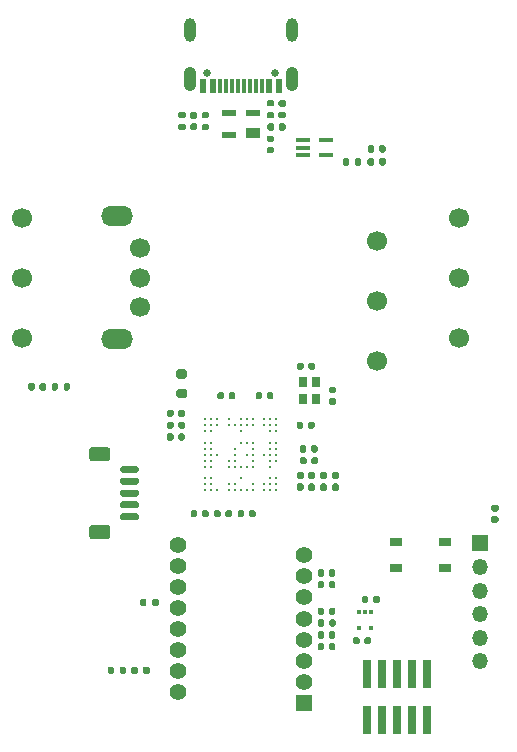
<source format=gts>
G04 #@! TF.GenerationSoftware,KiCad,Pcbnew,6.0.7+dfsg-1~bpo11+1*
G04 #@! TF.CreationDate,2022-10-07T14:18:51+00:00*
G04 #@! TF.ProjectId,redshift,72656473-6869-4667-942e-6b696361645f,0.2*
G04 #@! TF.SameCoordinates,Original*
G04 #@! TF.FileFunction,Soldermask,Top*
G04 #@! TF.FilePolarity,Negative*
%FSLAX46Y46*%
G04 Gerber Fmt 4.6, Leading zero omitted, Abs format (unit mm)*
G04 Created by KiCad (PCBNEW 6.0.7+dfsg-1~bpo11+1) date 2022-10-07 14:18:51*
%MOMM*%
%LPD*%
G01*
G04 APERTURE LIST*
%ADD10C,1.700000*%
%ADD11O,2.700000X1.700000*%
%ADD12C,0.650000*%
%ADD13R,0.600000X1.150000*%
%ADD14R,0.300000X1.150000*%
%ADD15O,1.050000X2.100000*%
%ADD16O,1.000000X2.000000*%
%ADD17R,0.300000X0.450000*%
%ADD18R,0.800000X0.900000*%
%ADD19R,1.170000X0.400000*%
%ADD20R,1.050000X0.650000*%
%ADD21R,0.740000X2.400000*%
%ADD22R,1.350000X1.350000*%
%ADD23O,1.350000X1.350000*%
%ADD24R,1.168400X0.889000*%
%ADD25R,1.168400X0.482600*%
%ADD26R,1.400000X1.400000*%
%ADD27C,1.400000*%
%ADD28C,0.240000*%
G04 APERTURE END LIST*
G36*
G01*
X145780000Y-95565000D02*
X145780000Y-95935000D01*
G75*
G02*
X145645000Y-96070000I-135000J0D01*
G01*
X145375000Y-96070000D01*
G75*
G02*
X145240000Y-95935000I0J135000D01*
G01*
X145240000Y-95565000D01*
G75*
G02*
X145375000Y-95430000I135000J0D01*
G01*
X145645000Y-95430000D01*
G75*
G02*
X145780000Y-95565000I0J-135000D01*
G01*
G37*
G36*
G01*
X144760000Y-95565000D02*
X144760000Y-95935000D01*
G75*
G02*
X144625000Y-96070000I-135000J0D01*
G01*
X144355000Y-96070000D01*
G75*
G02*
X144220000Y-95935000I0J135000D01*
G01*
X144220000Y-95565000D01*
G75*
G02*
X144355000Y-95430000I135000J0D01*
G01*
X144625000Y-95430000D01*
G75*
G02*
X144760000Y-95565000I0J-135000D01*
G01*
G37*
G36*
G01*
X141280000Y-65077500D02*
X141280000Y-65422500D01*
G75*
G02*
X141132500Y-65570000I-147500J0D01*
G01*
X140837500Y-65570000D01*
G75*
G02*
X140690000Y-65422500I0J147500D01*
G01*
X140690000Y-65077500D01*
G75*
G02*
X140837500Y-64930000I147500J0D01*
G01*
X141132500Y-64930000D01*
G75*
G02*
X141280000Y-65077500I0J-147500D01*
G01*
G37*
G36*
G01*
X140310000Y-65077500D02*
X140310000Y-65422500D01*
G75*
G02*
X140162500Y-65570000I-147500J0D01*
G01*
X139867500Y-65570000D01*
G75*
G02*
X139720000Y-65422500I0J147500D01*
G01*
X139720000Y-65077500D01*
G75*
G02*
X139867500Y-64930000I147500J0D01*
G01*
X140162500Y-64930000D01*
G75*
G02*
X140310000Y-65077500I0J-147500D01*
G01*
G37*
G36*
G01*
X142510000Y-93670000D02*
X142510000Y-93330000D01*
G75*
G02*
X142650000Y-93190000I140000J0D01*
G01*
X142930000Y-93190000D01*
G75*
G02*
X143070000Y-93330000I0J-140000D01*
G01*
X143070000Y-93670000D01*
G75*
G02*
X142930000Y-93810000I-140000J0D01*
G01*
X142650000Y-93810000D01*
G75*
G02*
X142510000Y-93670000I0J140000D01*
G01*
G37*
G36*
G01*
X143470000Y-93670000D02*
X143470000Y-93330000D01*
G75*
G02*
X143610000Y-93190000I140000J0D01*
G01*
X143890000Y-93190000D01*
G75*
G02*
X144030000Y-93330000I0J-140000D01*
G01*
X144030000Y-93670000D01*
G75*
G02*
X143890000Y-93810000I-140000J0D01*
G01*
X143610000Y-93810000D01*
G75*
G02*
X143470000Y-93670000I0J140000D01*
G01*
G37*
G36*
G01*
X132760000Y-91330000D02*
X132760000Y-91670000D01*
G75*
G02*
X132620000Y-91810000I-140000J0D01*
G01*
X132340000Y-91810000D01*
G75*
G02*
X132200000Y-91670000I0J140000D01*
G01*
X132200000Y-91330000D01*
G75*
G02*
X132340000Y-91190000I140000J0D01*
G01*
X132620000Y-91190000D01*
G75*
G02*
X132760000Y-91330000I0J-140000D01*
G01*
G37*
G36*
G01*
X131800000Y-91330000D02*
X131800000Y-91670000D01*
G75*
G02*
X131660000Y-91810000I-140000J0D01*
G01*
X131380000Y-91810000D01*
G75*
G02*
X131240000Y-91670000I0J140000D01*
G01*
X131240000Y-91330000D01*
G75*
G02*
X131380000Y-91190000I140000J0D01*
G01*
X131660000Y-91190000D01*
G75*
G02*
X131800000Y-91330000I0J-140000D01*
G01*
G37*
G36*
G01*
X132760000Y-89330000D02*
X132760000Y-89670000D01*
G75*
G02*
X132620000Y-89810000I-140000J0D01*
G01*
X132340000Y-89810000D01*
G75*
G02*
X132200000Y-89670000I0J140000D01*
G01*
X132200000Y-89330000D01*
G75*
G02*
X132340000Y-89190000I140000J0D01*
G01*
X132620000Y-89190000D01*
G75*
G02*
X132760000Y-89330000I0J-140000D01*
G01*
G37*
G36*
G01*
X131800000Y-89330000D02*
X131800000Y-89670000D01*
G75*
G02*
X131660000Y-89810000I-140000J0D01*
G01*
X131380000Y-89810000D01*
G75*
G02*
X131240000Y-89670000I0J140000D01*
G01*
X131240000Y-89330000D01*
G75*
G02*
X131380000Y-89190000I140000J0D01*
G01*
X131660000Y-89190000D01*
G75*
G02*
X131800000Y-89330000I0J-140000D01*
G01*
G37*
G36*
G01*
X148240000Y-67270000D02*
X148240000Y-66930000D01*
G75*
G02*
X148380000Y-66790000I140000J0D01*
G01*
X148660000Y-66790000D01*
G75*
G02*
X148800000Y-66930000I0J-140000D01*
G01*
X148800000Y-67270000D01*
G75*
G02*
X148660000Y-67410000I-140000J0D01*
G01*
X148380000Y-67410000D01*
G75*
G02*
X148240000Y-67270000I0J140000D01*
G01*
G37*
G36*
G01*
X149200000Y-67270000D02*
X149200000Y-66930000D01*
G75*
G02*
X149340000Y-66790000I140000J0D01*
G01*
X149620000Y-66790000D01*
G75*
G02*
X149760000Y-66930000I0J-140000D01*
G01*
X149760000Y-67270000D01*
G75*
G02*
X149620000Y-67410000I-140000J0D01*
G01*
X149340000Y-67410000D01*
G75*
G02*
X149200000Y-67270000I0J140000D01*
G01*
G37*
G36*
G01*
X139830000Y-65970000D02*
X140170000Y-65970000D01*
G75*
G02*
X140310000Y-66110000I0J-140000D01*
G01*
X140310000Y-66390000D01*
G75*
G02*
X140170000Y-66530000I-140000J0D01*
G01*
X139830000Y-66530000D01*
G75*
G02*
X139690000Y-66390000I0J140000D01*
G01*
X139690000Y-66110000D01*
G75*
G02*
X139830000Y-65970000I140000J0D01*
G01*
G37*
G36*
G01*
X139830000Y-66930000D02*
X140170000Y-66930000D01*
G75*
G02*
X140310000Y-67070000I0J-140000D01*
G01*
X140310000Y-67350000D01*
G75*
G02*
X140170000Y-67490000I-140000J0D01*
G01*
X139830000Y-67490000D01*
G75*
G02*
X139690000Y-67350000I0J140000D01*
G01*
X139690000Y-67070000D01*
G75*
G02*
X139830000Y-66930000I140000J0D01*
G01*
G37*
D10*
X129000000Y-80500000D03*
X129000000Y-78000000D03*
X129000000Y-75500000D03*
D11*
X127000000Y-72800000D03*
X127000000Y-83200000D03*
G36*
G01*
X135510000Y-88170000D02*
X135510000Y-87830000D01*
G75*
G02*
X135650000Y-87690000I140000J0D01*
G01*
X135930000Y-87690000D01*
G75*
G02*
X136070000Y-87830000I0J-140000D01*
G01*
X136070000Y-88170000D01*
G75*
G02*
X135930000Y-88310000I-140000J0D01*
G01*
X135650000Y-88310000D01*
G75*
G02*
X135510000Y-88170000I0J140000D01*
G01*
G37*
G36*
G01*
X136470000Y-88170000D02*
X136470000Y-87830000D01*
G75*
G02*
X136610000Y-87690000I140000J0D01*
G01*
X136890000Y-87690000D01*
G75*
G02*
X137030000Y-87830000I0J-140000D01*
G01*
X137030000Y-88170000D01*
G75*
G02*
X136890000Y-88310000I-140000J0D01*
G01*
X136610000Y-88310000D01*
G75*
G02*
X136470000Y-88170000I0J140000D01*
G01*
G37*
G36*
G01*
X143990000Y-109420000D02*
X143990000Y-109080000D01*
G75*
G02*
X144130000Y-108940000I140000J0D01*
G01*
X144410000Y-108940000D01*
G75*
G02*
X144550000Y-109080000I0J-140000D01*
G01*
X144550000Y-109420000D01*
G75*
G02*
X144410000Y-109560000I-140000J0D01*
G01*
X144130000Y-109560000D01*
G75*
G02*
X143990000Y-109420000I0J140000D01*
G01*
G37*
G36*
G01*
X144950000Y-109420000D02*
X144950000Y-109080000D01*
G75*
G02*
X145090000Y-108940000I140000J0D01*
G01*
X145370000Y-108940000D01*
G75*
G02*
X145510000Y-109080000I0J-140000D01*
G01*
X145510000Y-109420000D01*
G75*
G02*
X145370000Y-109560000I-140000J0D01*
G01*
X145090000Y-109560000D01*
G75*
G02*
X144950000Y-109420000I0J140000D01*
G01*
G37*
G36*
G01*
X142225000Y-94922500D02*
X142225000Y-94577500D01*
G75*
G02*
X142372500Y-94430000I147500J0D01*
G01*
X142667500Y-94430000D01*
G75*
G02*
X142815000Y-94577500I0J-147500D01*
G01*
X142815000Y-94922500D01*
G75*
G02*
X142667500Y-95070000I-147500J0D01*
G01*
X142372500Y-95070000D01*
G75*
G02*
X142225000Y-94922500I0J147500D01*
G01*
G37*
G36*
G01*
X143195000Y-94922500D02*
X143195000Y-94577500D01*
G75*
G02*
X143342500Y-94430000I147500J0D01*
G01*
X143637500Y-94430000D01*
G75*
G02*
X143785000Y-94577500I0J-147500D01*
G01*
X143785000Y-94922500D01*
G75*
G02*
X143637500Y-95070000I-147500J0D01*
G01*
X143342500Y-95070000D01*
G75*
G02*
X143195000Y-94922500I0J147500D01*
G01*
G37*
D12*
X134610000Y-60680000D03*
X140390000Y-60680000D03*
D13*
X140700000Y-61755000D03*
X139900000Y-61755000D03*
D14*
X138750000Y-61755000D03*
X137750000Y-61755000D03*
X137250000Y-61755000D03*
X136250000Y-61755000D03*
D13*
X134300000Y-61755000D03*
X135100000Y-61755000D03*
D14*
X135750000Y-61755000D03*
X136750000Y-61755000D03*
X138250000Y-61755000D03*
X139250000Y-61755000D03*
D15*
X141820000Y-61180000D03*
D16*
X141820000Y-57000000D03*
X133180000Y-57000000D03*
D15*
X133180000Y-61180000D03*
G36*
G01*
X132775000Y-88225000D02*
X132225000Y-88225000D01*
G75*
G02*
X132025000Y-88025000I0J200000D01*
G01*
X132025000Y-87625000D01*
G75*
G02*
X132225000Y-87425000I200000J0D01*
G01*
X132775000Y-87425000D01*
G75*
G02*
X132975000Y-87625000I0J-200000D01*
G01*
X132975000Y-88025000D01*
G75*
G02*
X132775000Y-88225000I-200000J0D01*
G01*
G37*
G36*
G01*
X132775000Y-86575000D02*
X132225000Y-86575000D01*
G75*
G02*
X132025000Y-86375000I0J200000D01*
G01*
X132025000Y-85975000D01*
G75*
G02*
X132225000Y-85775000I200000J0D01*
G01*
X132775000Y-85775000D01*
G75*
G02*
X132975000Y-85975000I0J-200000D01*
G01*
X132975000Y-86375000D01*
G75*
G02*
X132775000Y-86575000I-200000J0D01*
G01*
G37*
G36*
G01*
X142220000Y-95922500D02*
X142220000Y-95577500D01*
G75*
G02*
X142367500Y-95430000I147500J0D01*
G01*
X142662500Y-95430000D01*
G75*
G02*
X142810000Y-95577500I0J-147500D01*
G01*
X142810000Y-95922500D01*
G75*
G02*
X142662500Y-96070000I-147500J0D01*
G01*
X142367500Y-96070000D01*
G75*
G02*
X142220000Y-95922500I0J147500D01*
G01*
G37*
G36*
G01*
X143190000Y-95922500D02*
X143190000Y-95577500D01*
G75*
G02*
X143337500Y-95430000I147500J0D01*
G01*
X143632500Y-95430000D01*
G75*
G02*
X143780000Y-95577500I0J-147500D01*
G01*
X143780000Y-95922500D01*
G75*
G02*
X143632500Y-96070000I-147500J0D01*
G01*
X143337500Y-96070000D01*
G75*
G02*
X143190000Y-95922500I0J147500D01*
G01*
G37*
G36*
G01*
X147740000Y-105420000D02*
X147740000Y-105080000D01*
G75*
G02*
X147880000Y-104940000I140000J0D01*
G01*
X148160000Y-104940000D01*
G75*
G02*
X148300000Y-105080000I0J-140000D01*
G01*
X148300000Y-105420000D01*
G75*
G02*
X148160000Y-105560000I-140000J0D01*
G01*
X147880000Y-105560000D01*
G75*
G02*
X147740000Y-105420000I0J140000D01*
G01*
G37*
G36*
G01*
X148700000Y-105420000D02*
X148700000Y-105080000D01*
G75*
G02*
X148840000Y-104940000I140000J0D01*
G01*
X149120000Y-104940000D01*
G75*
G02*
X149260000Y-105080000I0J-140000D01*
G01*
X149260000Y-105420000D01*
G75*
G02*
X149120000Y-105560000I-140000J0D01*
G01*
X148840000Y-105560000D01*
G75*
G02*
X148700000Y-105420000I0J140000D01*
G01*
G37*
D17*
X148500000Y-106300000D03*
X148000000Y-106300000D03*
X147500000Y-106300000D03*
X147500000Y-107700000D03*
X148500000Y-107700000D03*
G36*
G01*
X136740000Y-97830000D02*
X136740000Y-98170000D01*
G75*
G02*
X136600000Y-98310000I-140000J0D01*
G01*
X136320000Y-98310000D01*
G75*
G02*
X136180000Y-98170000I0J140000D01*
G01*
X136180000Y-97830000D01*
G75*
G02*
X136320000Y-97690000I140000J0D01*
G01*
X136600000Y-97690000D01*
G75*
G02*
X136740000Y-97830000I0J-140000D01*
G01*
G37*
G36*
G01*
X135780000Y-97830000D02*
X135780000Y-98170000D01*
G75*
G02*
X135640000Y-98310000I-140000J0D01*
G01*
X135360000Y-98310000D01*
G75*
G02*
X135220000Y-98170000I0J140000D01*
G01*
X135220000Y-97830000D01*
G75*
G02*
X135360000Y-97690000I140000J0D01*
G01*
X135640000Y-97690000D01*
G75*
G02*
X135780000Y-97830000I0J-140000D01*
G01*
G37*
G36*
G01*
X145420000Y-88760000D02*
X145080000Y-88760000D01*
G75*
G02*
X144940000Y-88620000I0J140000D01*
G01*
X144940000Y-88340000D01*
G75*
G02*
X145080000Y-88200000I140000J0D01*
G01*
X145420000Y-88200000D01*
G75*
G02*
X145560000Y-88340000I0J-140000D01*
G01*
X145560000Y-88620000D01*
G75*
G02*
X145420000Y-88760000I-140000J0D01*
G01*
G37*
G36*
G01*
X145420000Y-87800000D02*
X145080000Y-87800000D01*
G75*
G02*
X144940000Y-87660000I0J140000D01*
G01*
X144940000Y-87380000D01*
G75*
G02*
X145080000Y-87240000I140000J0D01*
G01*
X145420000Y-87240000D01*
G75*
G02*
X145560000Y-87380000I0J-140000D01*
G01*
X145560000Y-87660000D01*
G75*
G02*
X145420000Y-87800000I-140000J0D01*
G01*
G37*
G36*
G01*
X123030000Y-87065000D02*
X123030000Y-87435000D01*
G75*
G02*
X122895000Y-87570000I-135000J0D01*
G01*
X122625000Y-87570000D01*
G75*
G02*
X122490000Y-87435000I0J135000D01*
G01*
X122490000Y-87065000D01*
G75*
G02*
X122625000Y-86930000I135000J0D01*
G01*
X122895000Y-86930000D01*
G75*
G02*
X123030000Y-87065000I0J-135000D01*
G01*
G37*
G36*
G01*
X122010000Y-87065000D02*
X122010000Y-87435000D01*
G75*
G02*
X121875000Y-87570000I-135000J0D01*
G01*
X121605000Y-87570000D01*
G75*
G02*
X121470000Y-87435000I0J135000D01*
G01*
X121470000Y-87065000D01*
G75*
G02*
X121605000Y-86930000I135000J0D01*
G01*
X121875000Y-86930000D01*
G75*
G02*
X122010000Y-87065000I0J-135000D01*
G01*
G37*
D18*
X143850000Y-88250000D03*
X143850000Y-86850000D03*
X142750000Y-86850000D03*
X142750000Y-88250000D03*
G36*
G01*
X133330000Y-63990000D02*
X133670000Y-63990000D01*
G75*
G02*
X133810000Y-64130000I0J-140000D01*
G01*
X133810000Y-64410000D01*
G75*
G02*
X133670000Y-64550000I-140000J0D01*
G01*
X133330000Y-64550000D01*
G75*
G02*
X133190000Y-64410000I0J140000D01*
G01*
X133190000Y-64130000D01*
G75*
G02*
X133330000Y-63990000I140000J0D01*
G01*
G37*
G36*
G01*
X133330000Y-64950000D02*
X133670000Y-64950000D01*
G75*
G02*
X133810000Y-65090000I0J-140000D01*
G01*
X133810000Y-65370000D01*
G75*
G02*
X133670000Y-65510000I-140000J0D01*
G01*
X133330000Y-65510000D01*
G75*
G02*
X133190000Y-65370000I0J140000D01*
G01*
X133190000Y-65090000D01*
G75*
G02*
X133330000Y-64950000I140000J0D01*
G01*
G37*
D19*
X142730000Y-66350000D03*
X142730000Y-67000000D03*
X142730000Y-67650000D03*
X144670000Y-67650000D03*
X144670000Y-66350000D03*
G36*
G01*
X142260000Y-85670000D02*
X142260000Y-85330000D01*
G75*
G02*
X142400000Y-85190000I140000J0D01*
G01*
X142680000Y-85190000D01*
G75*
G02*
X142820000Y-85330000I0J-140000D01*
G01*
X142820000Y-85670000D01*
G75*
G02*
X142680000Y-85810000I-140000J0D01*
G01*
X142400000Y-85810000D01*
G75*
G02*
X142260000Y-85670000I0J140000D01*
G01*
G37*
G36*
G01*
X143220000Y-85670000D02*
X143220000Y-85330000D01*
G75*
G02*
X143360000Y-85190000I140000J0D01*
G01*
X143640000Y-85190000D01*
G75*
G02*
X143780000Y-85330000I0J-140000D01*
G01*
X143780000Y-85670000D01*
G75*
G02*
X143640000Y-85810000I-140000J0D01*
G01*
X143360000Y-85810000D01*
G75*
G02*
X143220000Y-85670000I0J140000D01*
G01*
G37*
G36*
G01*
X142220000Y-90670000D02*
X142220000Y-90330000D01*
G75*
G02*
X142360000Y-90190000I140000J0D01*
G01*
X142640000Y-90190000D01*
G75*
G02*
X142780000Y-90330000I0J-140000D01*
G01*
X142780000Y-90670000D01*
G75*
G02*
X142640000Y-90810000I-140000J0D01*
G01*
X142360000Y-90810000D01*
G75*
G02*
X142220000Y-90670000I0J140000D01*
G01*
G37*
G36*
G01*
X143180000Y-90670000D02*
X143180000Y-90330000D01*
G75*
G02*
X143320000Y-90190000I140000J0D01*
G01*
X143600000Y-90190000D01*
G75*
G02*
X143740000Y-90330000I0J-140000D01*
G01*
X143740000Y-90670000D01*
G75*
G02*
X143600000Y-90810000I-140000J0D01*
G01*
X143320000Y-90810000D01*
G75*
G02*
X143180000Y-90670000I0J140000D01*
G01*
G37*
G36*
G01*
X129780000Y-111077500D02*
X129780000Y-111422500D01*
G75*
G02*
X129632500Y-111570000I-147500J0D01*
G01*
X129337500Y-111570000D01*
G75*
G02*
X129190000Y-111422500I0J147500D01*
G01*
X129190000Y-111077500D01*
G75*
G02*
X129337500Y-110930000I147500J0D01*
G01*
X129632500Y-110930000D01*
G75*
G02*
X129780000Y-111077500I0J-147500D01*
G01*
G37*
G36*
G01*
X128810000Y-111077500D02*
X128810000Y-111422500D01*
G75*
G02*
X128662500Y-111570000I-147500J0D01*
G01*
X128367500Y-111570000D01*
G75*
G02*
X128220000Y-111422500I0J147500D01*
G01*
X128220000Y-111077500D01*
G75*
G02*
X128367500Y-110930000I147500J0D01*
G01*
X128662500Y-110930000D01*
G75*
G02*
X128810000Y-111077500I0J-147500D01*
G01*
G37*
G36*
G01*
X132760000Y-90330000D02*
X132760000Y-90670000D01*
G75*
G02*
X132620000Y-90810000I-140000J0D01*
G01*
X132340000Y-90810000D01*
G75*
G02*
X132200000Y-90670000I0J140000D01*
G01*
X132200000Y-90330000D01*
G75*
G02*
X132340000Y-90190000I140000J0D01*
G01*
X132620000Y-90190000D01*
G75*
G02*
X132760000Y-90330000I0J-140000D01*
G01*
G37*
G36*
G01*
X131800000Y-90330000D02*
X131800000Y-90670000D01*
G75*
G02*
X131660000Y-90810000I-140000J0D01*
G01*
X131380000Y-90810000D01*
G75*
G02*
X131240000Y-90670000I0J140000D01*
G01*
X131240000Y-90330000D01*
G75*
G02*
X131380000Y-90190000I140000J0D01*
G01*
X131660000Y-90190000D01*
G75*
G02*
X131800000Y-90330000I0J-140000D01*
G01*
G37*
D20*
X150675000Y-102575000D03*
X154825000Y-102575000D03*
X154825000Y-100425000D03*
X150675000Y-100425000D03*
G36*
G01*
X143990000Y-106420000D02*
X143990000Y-106080000D01*
G75*
G02*
X144130000Y-105940000I140000J0D01*
G01*
X144410000Y-105940000D01*
G75*
G02*
X144550000Y-106080000I0J-140000D01*
G01*
X144550000Y-106420000D01*
G75*
G02*
X144410000Y-106560000I-140000J0D01*
G01*
X144130000Y-106560000D01*
G75*
G02*
X143990000Y-106420000I0J140000D01*
G01*
G37*
G36*
G01*
X144950000Y-106420000D02*
X144950000Y-106080000D01*
G75*
G02*
X145090000Y-105940000I140000J0D01*
G01*
X145370000Y-105940000D01*
G75*
G02*
X145510000Y-106080000I0J-140000D01*
G01*
X145510000Y-106420000D01*
G75*
G02*
X145370000Y-106560000I-140000J0D01*
G01*
X145090000Y-106560000D01*
G75*
G02*
X144950000Y-106420000I0J140000D01*
G01*
G37*
G36*
G01*
X119470000Y-87422500D02*
X119470000Y-87077500D01*
G75*
G02*
X119617500Y-86930000I147500J0D01*
G01*
X119912500Y-86930000D01*
G75*
G02*
X120060000Y-87077500I0J-147500D01*
G01*
X120060000Y-87422500D01*
G75*
G02*
X119912500Y-87570000I-147500J0D01*
G01*
X119617500Y-87570000D01*
G75*
G02*
X119470000Y-87422500I0J147500D01*
G01*
G37*
G36*
G01*
X120440000Y-87422500D02*
X120440000Y-87077500D01*
G75*
G02*
X120587500Y-86930000I147500J0D01*
G01*
X120882500Y-86930000D01*
G75*
G02*
X121030000Y-87077500I0J-147500D01*
G01*
X121030000Y-87422500D01*
G75*
G02*
X120882500Y-87570000I-147500J0D01*
G01*
X120587500Y-87570000D01*
G75*
G02*
X120440000Y-87422500I0J147500D01*
G01*
G37*
G36*
G01*
X158827500Y-97220000D02*
X159172500Y-97220000D01*
G75*
G02*
X159320000Y-97367500I0J-147500D01*
G01*
X159320000Y-97662500D01*
G75*
G02*
X159172500Y-97810000I-147500J0D01*
G01*
X158827500Y-97810000D01*
G75*
G02*
X158680000Y-97662500I0J147500D01*
G01*
X158680000Y-97367500D01*
G75*
G02*
X158827500Y-97220000I147500J0D01*
G01*
G37*
G36*
G01*
X158827500Y-98190000D02*
X159172500Y-98190000D01*
G75*
G02*
X159320000Y-98337500I0J-147500D01*
G01*
X159320000Y-98632500D01*
G75*
G02*
X159172500Y-98780000I-147500J0D01*
G01*
X158827500Y-98780000D01*
G75*
G02*
X158680000Y-98632500I0J147500D01*
G01*
X158680000Y-98337500D01*
G75*
G02*
X158827500Y-98190000I147500J0D01*
G01*
G37*
D10*
X149000000Y-74920000D03*
X149000000Y-80000000D03*
X149000000Y-85080000D03*
G36*
G01*
X138740000Y-88170000D02*
X138740000Y-87830000D01*
G75*
G02*
X138880000Y-87690000I140000J0D01*
G01*
X139160000Y-87690000D01*
G75*
G02*
X139300000Y-87830000I0J-140000D01*
G01*
X139300000Y-88170000D01*
G75*
G02*
X139160000Y-88310000I-140000J0D01*
G01*
X138880000Y-88310000D01*
G75*
G02*
X138740000Y-88170000I0J140000D01*
G01*
G37*
G36*
G01*
X139700000Y-88170000D02*
X139700000Y-87830000D01*
G75*
G02*
X139840000Y-87690000I140000J0D01*
G01*
X140120000Y-87690000D01*
G75*
G02*
X140260000Y-87830000I0J-140000D01*
G01*
X140260000Y-88170000D01*
G75*
G02*
X140120000Y-88310000I-140000J0D01*
G01*
X139840000Y-88310000D01*
G75*
G02*
X139700000Y-88170000I0J140000D01*
G01*
G37*
G36*
G01*
X132315000Y-63970000D02*
X132685000Y-63970000D01*
G75*
G02*
X132820000Y-64105000I0J-135000D01*
G01*
X132820000Y-64375000D01*
G75*
G02*
X132685000Y-64510000I-135000J0D01*
G01*
X132315000Y-64510000D01*
G75*
G02*
X132180000Y-64375000I0J135000D01*
G01*
X132180000Y-64105000D01*
G75*
G02*
X132315000Y-63970000I135000J0D01*
G01*
G37*
G36*
G01*
X132315000Y-64990000D02*
X132685000Y-64990000D01*
G75*
G02*
X132820000Y-65125000I0J-135000D01*
G01*
X132820000Y-65395000D01*
G75*
G02*
X132685000Y-65530000I-135000J0D01*
G01*
X132315000Y-65530000D01*
G75*
G02*
X132180000Y-65395000I0J135000D01*
G01*
X132180000Y-65125000D01*
G75*
G02*
X132315000Y-64990000I135000J0D01*
G01*
G37*
G36*
G01*
X134760000Y-97830000D02*
X134760000Y-98170000D01*
G75*
G02*
X134620000Y-98310000I-140000J0D01*
G01*
X134340000Y-98310000D01*
G75*
G02*
X134200000Y-98170000I0J140000D01*
G01*
X134200000Y-97830000D01*
G75*
G02*
X134340000Y-97690000I140000J0D01*
G01*
X134620000Y-97690000D01*
G75*
G02*
X134760000Y-97830000I0J-140000D01*
G01*
G37*
G36*
G01*
X133800000Y-97830000D02*
X133800000Y-98170000D01*
G75*
G02*
X133660000Y-98310000I-140000J0D01*
G01*
X133380000Y-98310000D01*
G75*
G02*
X133240000Y-98170000I0J140000D01*
G01*
X133240000Y-97830000D01*
G75*
G02*
X133380000Y-97690000I140000J0D01*
G01*
X133660000Y-97690000D01*
G75*
G02*
X133800000Y-97830000I0J-140000D01*
G01*
G37*
G36*
G01*
X126210000Y-111435000D02*
X126210000Y-111065000D01*
G75*
G02*
X126345000Y-110930000I135000J0D01*
G01*
X126615000Y-110930000D01*
G75*
G02*
X126750000Y-111065000I0J-135000D01*
G01*
X126750000Y-111435000D01*
G75*
G02*
X126615000Y-111570000I-135000J0D01*
G01*
X126345000Y-111570000D01*
G75*
G02*
X126210000Y-111435000I0J135000D01*
G01*
G37*
G36*
G01*
X127230000Y-111435000D02*
X127230000Y-111065000D01*
G75*
G02*
X127365000Y-110930000I135000J0D01*
G01*
X127635000Y-110930000D01*
G75*
G02*
X127770000Y-111065000I0J-135000D01*
G01*
X127770000Y-111435000D01*
G75*
G02*
X127635000Y-111570000I-135000J0D01*
G01*
X127365000Y-111570000D01*
G75*
G02*
X127230000Y-111435000I0J135000D01*
G01*
G37*
G36*
G01*
X140185000Y-64530000D02*
X139815000Y-64530000D01*
G75*
G02*
X139680000Y-64395000I0J135000D01*
G01*
X139680000Y-64125000D01*
G75*
G02*
X139815000Y-63990000I135000J0D01*
G01*
X140185000Y-63990000D01*
G75*
G02*
X140320000Y-64125000I0J-135000D01*
G01*
X140320000Y-64395000D01*
G75*
G02*
X140185000Y-64530000I-135000J0D01*
G01*
G37*
G36*
G01*
X140185000Y-63510000D02*
X139815000Y-63510000D01*
G75*
G02*
X139680000Y-63375000I0J135000D01*
G01*
X139680000Y-63105000D01*
G75*
G02*
X139815000Y-62970000I135000J0D01*
G01*
X140185000Y-62970000D01*
G75*
G02*
X140320000Y-63105000I0J-135000D01*
G01*
X140320000Y-63375000D01*
G75*
G02*
X140185000Y-63510000I-135000J0D01*
G01*
G37*
G36*
G01*
X149780000Y-68027500D02*
X149780000Y-68372500D01*
G75*
G02*
X149632500Y-68520000I-147500J0D01*
G01*
X149337500Y-68520000D01*
G75*
G02*
X149190000Y-68372500I0J147500D01*
G01*
X149190000Y-68027500D01*
G75*
G02*
X149337500Y-67880000I147500J0D01*
G01*
X149632500Y-67880000D01*
G75*
G02*
X149780000Y-68027500I0J-147500D01*
G01*
G37*
G36*
G01*
X148810000Y-68027500D02*
X148810000Y-68372500D01*
G75*
G02*
X148662500Y-68520000I-147500J0D01*
G01*
X148367500Y-68520000D01*
G75*
G02*
X148220000Y-68372500I0J147500D01*
G01*
X148220000Y-68027500D01*
G75*
G02*
X148367500Y-67880000I147500J0D01*
G01*
X148662500Y-67880000D01*
G75*
G02*
X148810000Y-68027500I0J-147500D01*
G01*
G37*
G36*
G01*
X145510000Y-102830000D02*
X145510000Y-103170000D01*
G75*
G02*
X145370000Y-103310000I-140000J0D01*
G01*
X145090000Y-103310000D01*
G75*
G02*
X144950000Y-103170000I0J140000D01*
G01*
X144950000Y-102830000D01*
G75*
G02*
X145090000Y-102690000I140000J0D01*
G01*
X145370000Y-102690000D01*
G75*
G02*
X145510000Y-102830000I0J-140000D01*
G01*
G37*
G36*
G01*
X144550000Y-102830000D02*
X144550000Y-103170000D01*
G75*
G02*
X144410000Y-103310000I-140000J0D01*
G01*
X144130000Y-103310000D01*
G75*
G02*
X143990000Y-103170000I0J140000D01*
G01*
X143990000Y-102830000D01*
G75*
G02*
X144130000Y-102690000I140000J0D01*
G01*
X144410000Y-102690000D01*
G75*
G02*
X144550000Y-102830000I0J-140000D01*
G01*
G37*
G36*
G01*
X146990000Y-108920000D02*
X146990000Y-108580000D01*
G75*
G02*
X147130000Y-108440000I140000J0D01*
G01*
X147410000Y-108440000D01*
G75*
G02*
X147550000Y-108580000I0J-140000D01*
G01*
X147550000Y-108920000D01*
G75*
G02*
X147410000Y-109060000I-140000J0D01*
G01*
X147130000Y-109060000D01*
G75*
G02*
X146990000Y-108920000I0J140000D01*
G01*
G37*
G36*
G01*
X147950000Y-108920000D02*
X147950000Y-108580000D01*
G75*
G02*
X148090000Y-108440000I140000J0D01*
G01*
X148370000Y-108440000D01*
G75*
G02*
X148510000Y-108580000I0J-140000D01*
G01*
X148510000Y-108920000D01*
G75*
G02*
X148370000Y-109060000I-140000J0D01*
G01*
X148090000Y-109060000D01*
G75*
G02*
X147950000Y-108920000I0J140000D01*
G01*
G37*
G36*
G01*
X138740000Y-97830000D02*
X138740000Y-98170000D01*
G75*
G02*
X138600000Y-98310000I-140000J0D01*
G01*
X138320000Y-98310000D01*
G75*
G02*
X138180000Y-98170000I0J140000D01*
G01*
X138180000Y-97830000D01*
G75*
G02*
X138320000Y-97690000I140000J0D01*
G01*
X138600000Y-97690000D01*
G75*
G02*
X138740000Y-97830000I0J-140000D01*
G01*
G37*
G36*
G01*
X137780000Y-97830000D02*
X137780000Y-98170000D01*
G75*
G02*
X137640000Y-98310000I-140000J0D01*
G01*
X137360000Y-98310000D01*
G75*
G02*
X137220000Y-98170000I0J140000D01*
G01*
X137220000Y-97830000D01*
G75*
G02*
X137360000Y-97690000I140000J0D01*
G01*
X137640000Y-97690000D01*
G75*
G02*
X137780000Y-97830000I0J-140000D01*
G01*
G37*
G36*
G01*
X142490000Y-92670000D02*
X142490000Y-92330000D01*
G75*
G02*
X142630000Y-92190000I140000J0D01*
G01*
X142910000Y-92190000D01*
G75*
G02*
X143050000Y-92330000I0J-140000D01*
G01*
X143050000Y-92670000D01*
G75*
G02*
X142910000Y-92810000I-140000J0D01*
G01*
X142630000Y-92810000D01*
G75*
G02*
X142490000Y-92670000I0J140000D01*
G01*
G37*
G36*
G01*
X143450000Y-92670000D02*
X143450000Y-92330000D01*
G75*
G02*
X143590000Y-92190000I140000J0D01*
G01*
X143870000Y-92190000D01*
G75*
G02*
X144010000Y-92330000I0J-140000D01*
G01*
X144010000Y-92670000D01*
G75*
G02*
X143870000Y-92810000I-140000J0D01*
G01*
X143590000Y-92810000D01*
G75*
G02*
X143450000Y-92670000I0J140000D01*
G01*
G37*
G36*
G01*
X128970000Y-105685000D02*
X128970000Y-105315000D01*
G75*
G02*
X129105000Y-105180000I135000J0D01*
G01*
X129375000Y-105180000D01*
G75*
G02*
X129510000Y-105315000I0J-135000D01*
G01*
X129510000Y-105685000D01*
G75*
G02*
X129375000Y-105820000I-135000J0D01*
G01*
X129105000Y-105820000D01*
G75*
G02*
X128970000Y-105685000I0J135000D01*
G01*
G37*
G36*
G01*
X129990000Y-105685000D02*
X129990000Y-105315000D01*
G75*
G02*
X130125000Y-105180000I135000J0D01*
G01*
X130395000Y-105180000D01*
G75*
G02*
X130530000Y-105315000I0J-135000D01*
G01*
X130530000Y-105685000D01*
G75*
G02*
X130395000Y-105820000I-135000J0D01*
G01*
X130125000Y-105820000D01*
G75*
G02*
X129990000Y-105685000I0J135000D01*
G01*
G37*
G36*
G01*
X128700000Y-98550000D02*
X127450000Y-98550000D01*
G75*
G02*
X127300000Y-98400000I0J150000D01*
G01*
X127300000Y-98100000D01*
G75*
G02*
X127450000Y-97950000I150000J0D01*
G01*
X128700000Y-97950000D01*
G75*
G02*
X128850000Y-98100000I0J-150000D01*
G01*
X128850000Y-98400000D01*
G75*
G02*
X128700000Y-98550000I-150000J0D01*
G01*
G37*
G36*
G01*
X128700000Y-97550000D02*
X127450000Y-97550000D01*
G75*
G02*
X127300000Y-97400000I0J150000D01*
G01*
X127300000Y-97100000D01*
G75*
G02*
X127450000Y-96950000I150000J0D01*
G01*
X128700000Y-96950000D01*
G75*
G02*
X128850000Y-97100000I0J-150000D01*
G01*
X128850000Y-97400000D01*
G75*
G02*
X128700000Y-97550000I-150000J0D01*
G01*
G37*
G36*
G01*
X128700000Y-96550000D02*
X127450000Y-96550000D01*
G75*
G02*
X127300000Y-96400000I0J150000D01*
G01*
X127300000Y-96100000D01*
G75*
G02*
X127450000Y-95950000I150000J0D01*
G01*
X128700000Y-95950000D01*
G75*
G02*
X128850000Y-96100000I0J-150000D01*
G01*
X128850000Y-96400000D01*
G75*
G02*
X128700000Y-96550000I-150000J0D01*
G01*
G37*
G36*
G01*
X128700000Y-95550000D02*
X127450000Y-95550000D01*
G75*
G02*
X127300000Y-95400000I0J150000D01*
G01*
X127300000Y-95100000D01*
G75*
G02*
X127450000Y-94950000I150000J0D01*
G01*
X128700000Y-94950000D01*
G75*
G02*
X128850000Y-95100000I0J-150000D01*
G01*
X128850000Y-95400000D01*
G75*
G02*
X128700000Y-95550000I-150000J0D01*
G01*
G37*
G36*
G01*
X128700000Y-94550000D02*
X127450000Y-94550000D01*
G75*
G02*
X127300000Y-94400000I0J150000D01*
G01*
X127300000Y-94100000D01*
G75*
G02*
X127450000Y-93950000I150000J0D01*
G01*
X128700000Y-93950000D01*
G75*
G02*
X128850000Y-94100000I0J-150000D01*
G01*
X128850000Y-94400000D01*
G75*
G02*
X128700000Y-94550000I-150000J0D01*
G01*
G37*
G36*
G01*
X126200000Y-100150000D02*
X124900000Y-100150000D01*
G75*
G02*
X124650000Y-99900000I0J250000D01*
G01*
X124650000Y-99200000D01*
G75*
G02*
X124900000Y-98950000I250000J0D01*
G01*
X126200000Y-98950000D01*
G75*
G02*
X126450000Y-99200000I0J-250000D01*
G01*
X126450000Y-99900000D01*
G75*
G02*
X126200000Y-100150000I-250000J0D01*
G01*
G37*
G36*
G01*
X126200000Y-93550000D02*
X124900000Y-93550000D01*
G75*
G02*
X124650000Y-93300000I0J250000D01*
G01*
X124650000Y-92600000D01*
G75*
G02*
X124900000Y-92350000I250000J0D01*
G01*
X126200000Y-92350000D01*
G75*
G02*
X126450000Y-92600000I0J-250000D01*
G01*
X126450000Y-93300000D01*
G75*
G02*
X126200000Y-93550000I-250000J0D01*
G01*
G37*
D21*
X148210000Y-115450000D03*
X148210000Y-111550000D03*
X149480000Y-115450000D03*
X149480000Y-111550000D03*
X150750000Y-115450000D03*
X150750000Y-111550000D03*
X152020000Y-115450000D03*
X152020000Y-111550000D03*
X153290000Y-115450000D03*
X153290000Y-111550000D03*
D22*
X157750000Y-100500000D03*
D23*
X157750000Y-102500000D03*
X157750000Y-104500000D03*
X157750000Y-106500000D03*
X157750000Y-108500000D03*
X157750000Y-110500000D03*
G36*
G01*
X145510000Y-103830000D02*
X145510000Y-104170000D01*
G75*
G02*
X145370000Y-104310000I-140000J0D01*
G01*
X145090000Y-104310000D01*
G75*
G02*
X144950000Y-104170000I0J140000D01*
G01*
X144950000Y-103830000D01*
G75*
G02*
X145090000Y-103690000I140000J0D01*
G01*
X145370000Y-103690000D01*
G75*
G02*
X145510000Y-103830000I0J-140000D01*
G01*
G37*
G36*
G01*
X144550000Y-103830000D02*
X144550000Y-104170000D01*
G75*
G02*
X144410000Y-104310000I-140000J0D01*
G01*
X144130000Y-104310000D01*
G75*
G02*
X143990000Y-104170000I0J140000D01*
G01*
X143990000Y-103830000D01*
G75*
G02*
X144130000Y-103690000I140000J0D01*
G01*
X144410000Y-103690000D01*
G75*
G02*
X144550000Y-103830000I0J-140000D01*
G01*
G37*
G36*
G01*
X145790000Y-94565000D02*
X145790000Y-94935000D01*
G75*
G02*
X145655000Y-95070000I-135000J0D01*
G01*
X145385000Y-95070000D01*
G75*
G02*
X145250000Y-94935000I0J135000D01*
G01*
X145250000Y-94565000D01*
G75*
G02*
X145385000Y-94430000I135000J0D01*
G01*
X145655000Y-94430000D01*
G75*
G02*
X145790000Y-94565000I0J-135000D01*
G01*
G37*
G36*
G01*
X144770000Y-94565000D02*
X144770000Y-94935000D01*
G75*
G02*
X144635000Y-95070000I-135000J0D01*
G01*
X144365000Y-95070000D01*
G75*
G02*
X144230000Y-94935000I0J135000D01*
G01*
X144230000Y-94565000D01*
G75*
G02*
X144365000Y-94430000I135000J0D01*
G01*
X144635000Y-94430000D01*
G75*
G02*
X144770000Y-94565000I0J-135000D01*
G01*
G37*
D24*
X138516343Y-65746800D03*
D25*
X138516343Y-64050000D03*
X136484343Y-64049999D03*
X136484343Y-65950001D03*
D26*
X142850000Y-113985000D03*
D27*
X142850000Y-112205000D03*
X142850000Y-110425000D03*
X142850000Y-108645000D03*
X142850000Y-106865000D03*
X142850000Y-105085000D03*
X142850000Y-103305000D03*
X142850000Y-101525000D03*
X132150000Y-100635000D03*
X132150000Y-102415000D03*
X132150000Y-104195000D03*
X132150000Y-105975000D03*
X132150000Y-107755000D03*
X132150000Y-109535000D03*
X132150000Y-111315000D03*
X132150000Y-113095000D03*
D28*
X140500000Y-96000000D03*
X140000000Y-96000000D03*
X139500000Y-96000000D03*
X138500000Y-96000000D03*
X138000000Y-96000000D03*
X137500000Y-96000000D03*
X137000000Y-96000000D03*
X136500000Y-96000000D03*
X135500000Y-96000000D03*
X135000000Y-96000000D03*
X134500000Y-96000000D03*
X140500000Y-95500000D03*
X140000000Y-95500000D03*
X139500000Y-95500000D03*
X138500000Y-95500000D03*
X137000000Y-95500000D03*
X136500000Y-95500000D03*
X135000000Y-95500000D03*
X134500000Y-95500000D03*
X140500000Y-95000000D03*
X140000000Y-95000000D03*
X137500000Y-95000000D03*
X135000000Y-95000000D03*
X134500000Y-95000000D03*
X140000000Y-94000000D03*
X138500000Y-94000000D03*
X138000000Y-94000000D03*
X137500000Y-94000000D03*
X137000000Y-94000000D03*
X136500000Y-94000000D03*
X135000000Y-94000000D03*
X134500000Y-94000000D03*
X140500000Y-93500000D03*
X140000000Y-93500000D03*
X138500000Y-93500000D03*
X137000000Y-93500000D03*
X136500000Y-93500000D03*
X135000000Y-93500000D03*
X134500000Y-93500000D03*
X140500000Y-93000000D03*
X140000000Y-93000000D03*
X139500000Y-93000000D03*
X138500000Y-93000000D03*
X138000000Y-93000000D03*
X137000000Y-93000000D03*
X135500000Y-93000000D03*
X135000000Y-93000000D03*
X134500000Y-93000000D03*
X140500000Y-92500000D03*
X140000000Y-92500000D03*
X138500000Y-92500000D03*
X137000000Y-92500000D03*
X135000000Y-92500000D03*
X134500000Y-92500000D03*
X140500000Y-92000000D03*
X140000000Y-92000000D03*
X138500000Y-92000000D03*
X138000000Y-92000000D03*
X137500000Y-92000000D03*
X135000000Y-92000000D03*
X134500000Y-92000000D03*
X140500000Y-91000000D03*
X140000000Y-91000000D03*
X137500000Y-91000000D03*
X135000000Y-91000000D03*
X134500000Y-91000000D03*
X140500000Y-90500000D03*
X140000000Y-90500000D03*
X139500000Y-90500000D03*
X138500000Y-90500000D03*
X138000000Y-90500000D03*
X137500000Y-90500000D03*
X137000000Y-90500000D03*
X136500000Y-90500000D03*
X135500000Y-90500000D03*
X135000000Y-90500000D03*
X134500000Y-90500000D03*
X140500000Y-90000000D03*
X140000000Y-90000000D03*
X139500000Y-90000000D03*
X138500000Y-90000000D03*
X138000000Y-90000000D03*
X137500000Y-90000000D03*
X136500000Y-90000000D03*
X135500000Y-90000000D03*
X135000000Y-90000000D03*
X134500000Y-90000000D03*
G36*
G01*
X143990000Y-108420000D02*
X143990000Y-108080000D01*
G75*
G02*
X144130000Y-107940000I140000J0D01*
G01*
X144410000Y-107940000D01*
G75*
G02*
X144550000Y-108080000I0J-140000D01*
G01*
X144550000Y-108420000D01*
G75*
G02*
X144410000Y-108560000I-140000J0D01*
G01*
X144130000Y-108560000D01*
G75*
G02*
X143990000Y-108420000I0J140000D01*
G01*
G37*
G36*
G01*
X144950000Y-108420000D02*
X144950000Y-108080000D01*
G75*
G02*
X145090000Y-107940000I140000J0D01*
G01*
X145370000Y-107940000D01*
G75*
G02*
X145510000Y-108080000I0J-140000D01*
G01*
X145510000Y-108420000D01*
G75*
G02*
X145370000Y-108560000I-140000J0D01*
G01*
X145090000Y-108560000D01*
G75*
G02*
X144950000Y-108420000I0J140000D01*
G01*
G37*
D10*
X156000000Y-72920000D03*
X156000000Y-78000000D03*
X156000000Y-83080000D03*
G36*
G01*
X141172500Y-64530000D02*
X140827500Y-64530000D01*
G75*
G02*
X140680000Y-64382500I0J147500D01*
G01*
X140680000Y-64087500D01*
G75*
G02*
X140827500Y-63940000I147500J0D01*
G01*
X141172500Y-63940000D01*
G75*
G02*
X141320000Y-64087500I0J-147500D01*
G01*
X141320000Y-64382500D01*
G75*
G02*
X141172500Y-64530000I-147500J0D01*
G01*
G37*
G36*
G01*
X141172500Y-63560000D02*
X140827500Y-63560000D01*
G75*
G02*
X140680000Y-63412500I0J147500D01*
G01*
X140680000Y-63117500D01*
G75*
G02*
X140827500Y-62970000I147500J0D01*
G01*
X141172500Y-62970000D01*
G75*
G02*
X141320000Y-63117500I0J-147500D01*
G01*
X141320000Y-63412500D01*
G75*
G02*
X141172500Y-63560000I-147500J0D01*
G01*
G37*
G36*
G01*
X146120000Y-68385000D02*
X146120000Y-68015000D01*
G75*
G02*
X146255000Y-67880000I135000J0D01*
G01*
X146525000Y-67880000D01*
G75*
G02*
X146660000Y-68015000I0J-135000D01*
G01*
X146660000Y-68385000D01*
G75*
G02*
X146525000Y-68520000I-135000J0D01*
G01*
X146255000Y-68520000D01*
G75*
G02*
X146120000Y-68385000I0J135000D01*
G01*
G37*
G36*
G01*
X147140000Y-68385000D02*
X147140000Y-68015000D01*
G75*
G02*
X147275000Y-67880000I135000J0D01*
G01*
X147545000Y-67880000D01*
G75*
G02*
X147680000Y-68015000I0J-135000D01*
G01*
X147680000Y-68385000D01*
G75*
G02*
X147545000Y-68520000I-135000J0D01*
G01*
X147275000Y-68520000D01*
G75*
G02*
X147140000Y-68385000I0J135000D01*
G01*
G37*
G36*
G01*
X144010000Y-107420000D02*
X144010000Y-107080000D01*
G75*
G02*
X144150000Y-106940000I140000J0D01*
G01*
X144430000Y-106940000D01*
G75*
G02*
X144570000Y-107080000I0J-140000D01*
G01*
X144570000Y-107420000D01*
G75*
G02*
X144430000Y-107560000I-140000J0D01*
G01*
X144150000Y-107560000D01*
G75*
G02*
X144010000Y-107420000I0J140000D01*
G01*
G37*
G36*
G01*
X144970000Y-107420000D02*
X144970000Y-107080000D01*
G75*
G02*
X145110000Y-106940000I140000J0D01*
G01*
X145390000Y-106940000D01*
G75*
G02*
X145530000Y-107080000I0J-140000D01*
G01*
X145530000Y-107420000D01*
G75*
G02*
X145390000Y-107560000I-140000J0D01*
G01*
X145110000Y-107560000D01*
G75*
G02*
X144970000Y-107420000I0J140000D01*
G01*
G37*
X119000000Y-72920000D03*
X119000000Y-78000000D03*
X119000000Y-83080000D03*
G36*
G01*
X134685000Y-65530000D02*
X134315000Y-65530000D01*
G75*
G02*
X134180000Y-65395000I0J135000D01*
G01*
X134180000Y-65125000D01*
G75*
G02*
X134315000Y-64990000I135000J0D01*
G01*
X134685000Y-64990000D01*
G75*
G02*
X134820000Y-65125000I0J-135000D01*
G01*
X134820000Y-65395000D01*
G75*
G02*
X134685000Y-65530000I-135000J0D01*
G01*
G37*
G36*
G01*
X134685000Y-64510000D02*
X134315000Y-64510000D01*
G75*
G02*
X134180000Y-64375000I0J135000D01*
G01*
X134180000Y-64105000D01*
G75*
G02*
X134315000Y-63970000I135000J0D01*
G01*
X134685000Y-63970000D01*
G75*
G02*
X134820000Y-64105000I0J-135000D01*
G01*
X134820000Y-64375000D01*
G75*
G02*
X134685000Y-64510000I-135000J0D01*
G01*
G37*
M02*

</source>
